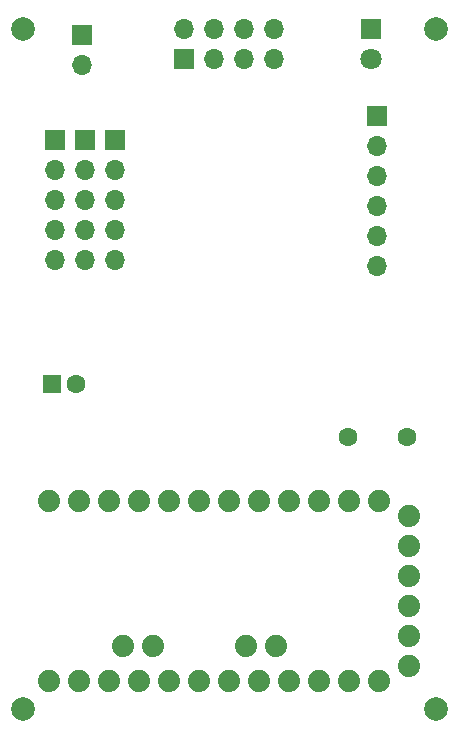
<source format=gbr>
%TF.GenerationSoftware,KiCad,Pcbnew,(6.0.8)*%
%TF.CreationDate,2022-11-21T10:59:59-06:00*%
%TF.ProjectId,Receiver,52656365-6976-4657-922e-6b696361645f,rev?*%
%TF.SameCoordinates,Original*%
%TF.FileFunction,Soldermask,Bot*%
%TF.FilePolarity,Negative*%
%FSLAX46Y46*%
G04 Gerber Fmt 4.6, Leading zero omitted, Abs format (unit mm)*
G04 Created by KiCad (PCBNEW (6.0.8)) date 2022-11-21 10:59:59*
%MOMM*%
%LPD*%
G01*
G04 APERTURE LIST*
%ADD10R,1.800000X1.800000*%
%ADD11C,1.800000*%
%ADD12R,1.700000X1.700000*%
%ADD13O,1.700000X1.700000*%
%ADD14C,2.000000*%
%ADD15C,1.879600*%
%ADD16R,1.600000X1.600000*%
%ADD17C,1.600000*%
G04 APERTURE END LIST*
D10*
%TO.C,D1*%
X161000000Y-81500000D03*
D11*
X161000000Y-84040000D03*
%TD*%
D12*
%TO.C,J6*%
X161500000Y-88800000D03*
D13*
X161500000Y-91340000D03*
X161500000Y-93880000D03*
X161500000Y-96420000D03*
X161500000Y-98960000D03*
X161500000Y-101500000D03*
%TD*%
D12*
%TO.C,J4*%
X136500000Y-81960000D03*
D13*
X136500000Y-84500000D03*
%TD*%
D14*
%TO.C,H4*%
X166500000Y-81500000D03*
%TD*%
D12*
%TO.C,J2*%
X136790000Y-90840000D03*
D13*
X136790000Y-93380000D03*
X136790000Y-95920000D03*
X136790000Y-98460000D03*
X136790000Y-101000000D03*
%TD*%
D14*
%TO.C,H2*%
X131500000Y-81500000D03*
%TD*%
D12*
%TO.C,J1*%
X134250000Y-90840000D03*
D13*
X134250000Y-93380000D03*
X134250000Y-95920000D03*
X134250000Y-98460000D03*
X134250000Y-101000000D03*
%TD*%
D15*
%TO.C,U1*%
X164240000Y-135350000D03*
X164240000Y-132810000D03*
X164240000Y-130270000D03*
X164240000Y-127730000D03*
X164240000Y-125190000D03*
X164240000Y-122650000D03*
X150397000Y-133699000D03*
X152937000Y-133699000D03*
X139983000Y-133699000D03*
X142523000Y-133699000D03*
X161700000Y-136620000D03*
X159160000Y-136620000D03*
X156620000Y-136620000D03*
X154080000Y-136620000D03*
X151540000Y-136620000D03*
X149000000Y-136620000D03*
X146460000Y-136620000D03*
X143920000Y-136620000D03*
X141380000Y-136620000D03*
X138840000Y-136620000D03*
X136300000Y-136620000D03*
X133760000Y-136620000D03*
X133760000Y-121380000D03*
X136300000Y-121380000D03*
X138840000Y-121380000D03*
X141380000Y-121380000D03*
X143920000Y-121380000D03*
X146460000Y-121380000D03*
X149000000Y-121380000D03*
X151540000Y-121380000D03*
X154080000Y-121380000D03*
X156620000Y-121380000D03*
X159160000Y-121380000D03*
X161700000Y-121380000D03*
%TD*%
D14*
%TO.C,H1*%
X166500000Y-139000000D03*
%TD*%
D16*
%TO.C,C2*%
X134000000Y-111500000D03*
D17*
X136000000Y-111500000D03*
%TD*%
%TO.C,C1*%
X164000000Y-116000000D03*
X159000000Y-116000000D03*
%TD*%
D12*
%TO.C,J3*%
X139330000Y-90840000D03*
D13*
X139330000Y-93380000D03*
X139330000Y-95920000D03*
X139330000Y-98460000D03*
X139330000Y-101000000D03*
%TD*%
D12*
%TO.C,J5*%
X145190000Y-84000000D03*
D13*
X145190000Y-81460000D03*
X147730000Y-84000000D03*
X147730000Y-81460000D03*
X150270000Y-84000000D03*
X150270000Y-81460000D03*
X152810000Y-84000000D03*
X152810000Y-81460000D03*
%TD*%
D14*
%TO.C,H3*%
X131500000Y-139000000D03*
%TD*%
M02*

</source>
